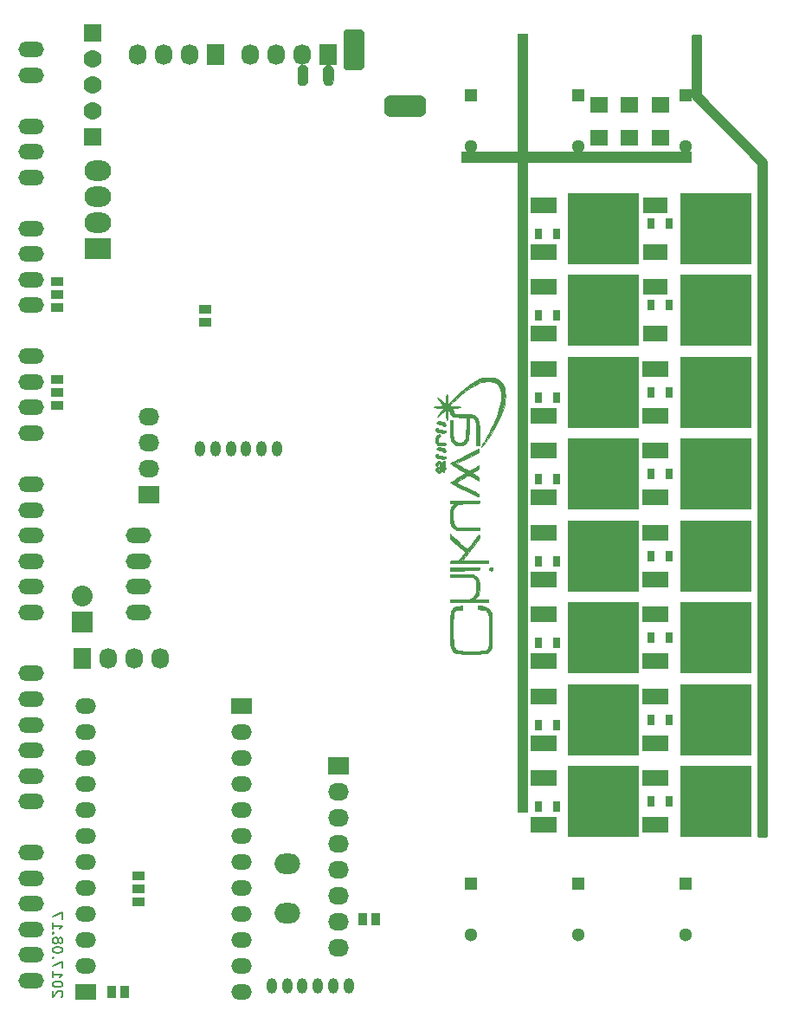
<source format=gbr>
G04 #@! TF.FileFunction,Soldermask,Bot*
%FSLAX46Y46*%
G04 Gerber Fmt 4.6, Leading zero omitted, Abs format (unit mm)*
G04 Created by KiCad (PCBNEW 4.0.6) date 08/21/17 17:22:48*
%MOMM*%
%LPD*%
G01*
G04 APERTURE LIST*
%ADD10C,0.100000*%
%ADD11C,0.200000*%
%ADD12C,0.010000*%
%ADD13O,2.500000X1.500000*%
%ADD14O,1.000000X1.524000*%
%ADD15R,1.300000X1.300000*%
%ADD16C,1.300000*%
%ADD17R,0.800000X1.000000*%
%ADD18R,2.499360X1.501140*%
%ADD19R,7.000240X7.000240*%
%ADD20R,2.400000X1.500000*%
%ADD21R,0.965200X1.270000*%
%ADD22R,2.032000X1.727200*%
%ADD23O,2.032000X1.727200*%
%ADD24O,2.499360X1.998980*%
%ADD25R,1.727200X2.032000*%
%ADD26O,1.727200X2.032000*%
%ADD27R,1.270000X0.965200*%
%ADD28R,2.600000X2.000000*%
%ADD29O,2.600000X2.000000*%
%ADD30R,2.032000X1.500000*%
%ADD31O,2.032000X1.500000*%
%ADD32R,2.032000X2.032000*%
%ADD33O,2.032000X2.032000*%
%ADD34C,1.770000*%
%ADD35R,1.770000X1.770000*%
%ADD36R,1.800000X1.600000*%
%ADD37C,0.026000*%
%ADD38C,0.254000*%
G04 APERTURE END LIST*
D10*
D11*
X5952381Y-95095238D02*
X6000000Y-95047619D01*
X6047619Y-94952381D01*
X6047619Y-94714285D01*
X6000000Y-94619047D01*
X5952381Y-94571428D01*
X5857143Y-94523809D01*
X5761905Y-94523809D01*
X5619048Y-94571428D01*
X5047619Y-95142857D01*
X5047619Y-94523809D01*
X6047619Y-93904762D02*
X6047619Y-93809523D01*
X6000000Y-93714285D01*
X5952381Y-93666666D01*
X5857143Y-93619047D01*
X5666667Y-93571428D01*
X5428571Y-93571428D01*
X5238095Y-93619047D01*
X5142857Y-93666666D01*
X5095238Y-93714285D01*
X5047619Y-93809523D01*
X5047619Y-93904762D01*
X5095238Y-94000000D01*
X5142857Y-94047619D01*
X5238095Y-94095238D01*
X5428571Y-94142857D01*
X5666667Y-94142857D01*
X5857143Y-94095238D01*
X5952381Y-94047619D01*
X6000000Y-94000000D01*
X6047619Y-93904762D01*
X5047619Y-92619047D02*
X5047619Y-93190476D01*
X5047619Y-92904762D02*
X6047619Y-92904762D01*
X5904762Y-93000000D01*
X5809524Y-93095238D01*
X5761905Y-93190476D01*
X6047619Y-92285714D02*
X6047619Y-91619047D01*
X5047619Y-92047619D01*
X5142857Y-91238095D02*
X5095238Y-91190476D01*
X5047619Y-91238095D01*
X5095238Y-91285714D01*
X5142857Y-91238095D01*
X5047619Y-91238095D01*
X6047619Y-90571429D02*
X6047619Y-90476190D01*
X6000000Y-90380952D01*
X5952381Y-90333333D01*
X5857143Y-90285714D01*
X5666667Y-90238095D01*
X5428571Y-90238095D01*
X5238095Y-90285714D01*
X5142857Y-90333333D01*
X5095238Y-90380952D01*
X5047619Y-90476190D01*
X5047619Y-90571429D01*
X5095238Y-90666667D01*
X5142857Y-90714286D01*
X5238095Y-90761905D01*
X5428571Y-90809524D01*
X5666667Y-90809524D01*
X5857143Y-90761905D01*
X5952381Y-90714286D01*
X6000000Y-90666667D01*
X6047619Y-90571429D01*
X5619048Y-89666667D02*
X5666667Y-89761905D01*
X5714286Y-89809524D01*
X5809524Y-89857143D01*
X5857143Y-89857143D01*
X5952381Y-89809524D01*
X6000000Y-89761905D01*
X6047619Y-89666667D01*
X6047619Y-89476190D01*
X6000000Y-89380952D01*
X5952381Y-89333333D01*
X5857143Y-89285714D01*
X5809524Y-89285714D01*
X5714286Y-89333333D01*
X5666667Y-89380952D01*
X5619048Y-89476190D01*
X5619048Y-89666667D01*
X5571429Y-89761905D01*
X5523810Y-89809524D01*
X5428571Y-89857143D01*
X5238095Y-89857143D01*
X5142857Y-89809524D01*
X5095238Y-89761905D01*
X5047619Y-89666667D01*
X5047619Y-89476190D01*
X5095238Y-89380952D01*
X5142857Y-89333333D01*
X5238095Y-89285714D01*
X5428571Y-89285714D01*
X5523810Y-89333333D01*
X5571429Y-89380952D01*
X5619048Y-89476190D01*
X5142857Y-88857143D02*
X5095238Y-88809524D01*
X5047619Y-88857143D01*
X5095238Y-88904762D01*
X5142857Y-88857143D01*
X5047619Y-88857143D01*
X5047619Y-87857143D02*
X5047619Y-88428572D01*
X5047619Y-88142858D02*
X6047619Y-88142858D01*
X5904762Y-88238096D01*
X5809524Y-88333334D01*
X5761905Y-88428572D01*
X6047619Y-87523810D02*
X6047619Y-86857143D01*
X5047619Y-87285715D01*
D12*
G36*
X49311213Y-35975741D02*
X49242124Y-35630781D01*
X49175396Y-35448541D01*
X48982901Y-35112289D01*
X48748846Y-34861513D01*
X48462695Y-34684941D01*
X48460870Y-34684115D01*
X48319655Y-34627122D01*
X48181670Y-34591356D01*
X48016809Y-34572358D01*
X47794966Y-34565666D01*
X47660400Y-34565512D01*
X47402680Y-34569793D01*
X47213462Y-34583919D01*
X47059738Y-34613409D01*
X46908501Y-34663786D01*
X46796800Y-34709955D01*
X46417800Y-34901894D01*
X45999592Y-35163632D01*
X45560215Y-35481033D01*
X45117707Y-35839959D01*
X44690105Y-36226272D01*
X44295448Y-36625834D01*
X44157594Y-36778513D01*
X43978963Y-36977565D01*
X43854900Y-37098017D01*
X43775281Y-37139608D01*
X43729985Y-37102080D01*
X43708886Y-36985174D01*
X43701861Y-36788631D01*
X43701571Y-36766850D01*
X43690329Y-36522192D01*
X43666803Y-36342786D01*
X43635975Y-36234718D01*
X43602829Y-36204072D01*
X43572347Y-36256933D01*
X43549512Y-36399384D01*
X43540368Y-36570000D01*
X43530519Y-36758182D01*
X43512948Y-36927585D01*
X43501490Y-36994733D01*
X43469400Y-37140066D01*
X43099006Y-36829633D01*
X42936299Y-36695688D01*
X42803369Y-36590782D01*
X42718739Y-36529301D01*
X42699276Y-36519200D01*
X42707765Y-36554676D01*
X42769076Y-36649035D01*
X42869732Y-36784175D01*
X42996254Y-36941994D01*
X43134097Y-37103186D01*
X43313895Y-37306171D01*
X42842823Y-37364144D01*
X42635208Y-37391847D01*
X42468671Y-37418117D01*
X42366890Y-37439017D01*
X42347312Y-37446556D01*
X42373343Y-37471601D01*
X42469414Y-37500191D01*
X42483387Y-37503098D01*
X42635936Y-37523023D01*
X42824716Y-37534273D01*
X42887396Y-37535200D01*
X43093769Y-37540865D01*
X43207830Y-37564818D01*
X43238563Y-37617494D01*
X43194952Y-37709331D01*
X43121389Y-37807028D01*
X42937202Y-38041509D01*
X42801676Y-38223058D01*
X42720187Y-38344095D01*
X42698113Y-38397042D01*
X42701625Y-38398800D01*
X42751014Y-38367467D01*
X42858350Y-38283117D01*
X43005640Y-38160229D01*
X43110174Y-38070124D01*
X43487040Y-37741447D01*
X43518385Y-38082824D01*
X43539669Y-38290511D01*
X43563246Y-38484647D01*
X43580584Y-38602000D01*
X43602511Y-38714141D01*
X43619972Y-38734225D01*
X43644269Y-38670567D01*
X43649656Y-38652800D01*
X43670539Y-38535504D01*
X43686370Y-38358354D01*
X43692937Y-38191367D01*
X43700067Y-38015821D01*
X43713765Y-37883390D01*
X43730080Y-37824855D01*
X43800734Y-37810579D01*
X43879337Y-37864692D01*
X43937902Y-37960550D01*
X43952000Y-38036133D01*
X43996086Y-38189528D01*
X44081175Y-38299244D01*
X44141463Y-38349357D01*
X44210187Y-38384375D01*
X44307024Y-38407822D01*
X44451651Y-38423225D01*
X44663745Y-38434109D01*
X44873769Y-38441267D01*
X45537189Y-38461938D01*
X45517542Y-39459069D01*
X45508944Y-39820721D01*
X45498412Y-40095485D01*
X45484603Y-40298072D01*
X45466176Y-40443192D01*
X45441787Y-40545556D01*
X45411932Y-40616488D01*
X45306562Y-40787690D01*
X45198199Y-40885476D01*
X45053502Y-40929332D01*
X44860463Y-40938800D01*
X44664840Y-40925305D01*
X44511292Y-40877985D01*
X44395061Y-40786592D01*
X44311393Y-40640875D01*
X44255530Y-40430587D01*
X44222717Y-40145477D01*
X44208197Y-39775297D01*
X44206284Y-39529100D01*
X44206000Y-38754400D01*
X43952000Y-38754400D01*
X43953116Y-39630700D01*
X43957170Y-40012161D01*
X43970881Y-40308253D01*
X43998210Y-40535051D01*
X44043119Y-40708626D01*
X44109570Y-40845052D01*
X44201526Y-40960401D01*
X44304269Y-41055202D01*
X44396761Y-41124844D01*
X44489434Y-41166092D01*
X44612643Y-41186224D01*
X44796745Y-41192519D01*
X44878164Y-41192800D01*
X45082568Y-41191117D01*
X45215338Y-41179552D01*
X45306438Y-41148334D01*
X45385834Y-41087693D01*
X45473064Y-40998817D01*
X45571033Y-40885638D01*
X45646024Y-40768145D01*
X45701015Y-40631083D01*
X45738981Y-40459195D01*
X45762899Y-40237226D01*
X45775746Y-39949920D01*
X45780498Y-39582021D01*
X45780800Y-39421607D01*
X45780800Y-38449600D01*
X45976127Y-38449600D01*
X46139197Y-38472908D01*
X46262094Y-38554363D01*
X46365367Y-38711266D01*
X46413863Y-38818128D01*
X46441269Y-38904466D01*
X46461802Y-39023684D01*
X46476301Y-39189556D01*
X46485607Y-39415857D01*
X46490560Y-39716359D01*
X46492000Y-40098969D01*
X46492000Y-41192800D01*
X46796800Y-41192800D01*
X46796800Y-40135221D01*
X46793721Y-39699870D01*
X46782962Y-39352371D01*
X46762246Y-39079119D01*
X46729294Y-38866508D01*
X46681829Y-38700934D01*
X46617570Y-38568793D01*
X46534241Y-38456478D01*
X46511436Y-38431267D01*
X46404712Y-38329534D01*
X46290361Y-38254705D01*
X46151024Y-38202823D01*
X45969344Y-38169933D01*
X45727960Y-38152076D01*
X45409516Y-38145297D01*
X45254660Y-38144800D01*
X44918608Y-38142334D01*
X44669852Y-38131262D01*
X44494136Y-38106072D01*
X44377202Y-38061255D01*
X44304796Y-37991299D01*
X44262658Y-37890695D01*
X44236534Y-37753930D01*
X44236123Y-37751100D01*
X44204800Y-37535200D01*
X44446700Y-37530137D01*
X44622059Y-37519364D01*
X44774999Y-37498324D01*
X44815600Y-37488892D01*
X44942600Y-37452711D01*
X44810161Y-37418610D01*
X44699617Y-37399185D01*
X44520307Y-37377095D01*
X44304854Y-37356187D01*
X44227564Y-37349908D01*
X43777407Y-37315306D01*
X44156804Y-36964343D01*
X44582684Y-36586898D01*
X45022092Y-36227844D01*
X45461335Y-35896645D01*
X45886722Y-35602764D01*
X46284562Y-35355665D01*
X46641162Y-35164813D01*
X46939741Y-35040696D01*
X47226895Y-34970173D01*
X47538392Y-34934791D01*
X47841271Y-34935272D01*
X48102573Y-34972341D01*
X48225768Y-35012481D01*
X48497050Y-35170051D01*
X48699959Y-35380416D01*
X48839035Y-35652455D01*
X48918814Y-35995047D01*
X48943834Y-36417073D01*
X48943833Y-36417600D01*
X48936838Y-36671587D01*
X48913671Y-36909624D01*
X48869482Y-37154597D01*
X48799423Y-37429391D01*
X48698645Y-37756890D01*
X48594234Y-38067600D01*
X48483908Y-38358641D01*
X48332168Y-38716228D01*
X48149073Y-39119314D01*
X47944683Y-39546848D01*
X47729058Y-39977781D01*
X47512258Y-40391065D01*
X47307013Y-40761000D01*
X47183832Y-40975610D01*
X47079002Y-41158340D01*
X47002902Y-41291093D01*
X46965911Y-41355769D01*
X46964703Y-41357900D01*
X46964225Y-41395475D01*
X46968037Y-41396000D01*
X47006306Y-41357710D01*
X47091673Y-41253645D01*
X47211227Y-41100015D01*
X47342344Y-40926100D01*
X47833834Y-40221927D01*
X48269336Y-39509295D01*
X48641886Y-38801927D01*
X48944517Y-38113544D01*
X49170263Y-37457867D01*
X49244320Y-37179600D01*
X49313415Y-36777875D01*
X49335345Y-36367347D01*
X49311213Y-35975741D01*
X49311213Y-35975741D01*
G37*
X49311213Y-35975741D02*
X49242124Y-35630781D01*
X49175396Y-35448541D01*
X48982901Y-35112289D01*
X48748846Y-34861513D01*
X48462695Y-34684941D01*
X48460870Y-34684115D01*
X48319655Y-34627122D01*
X48181670Y-34591356D01*
X48016809Y-34572358D01*
X47794966Y-34565666D01*
X47660400Y-34565512D01*
X47402680Y-34569793D01*
X47213462Y-34583919D01*
X47059738Y-34613409D01*
X46908501Y-34663786D01*
X46796800Y-34709955D01*
X46417800Y-34901894D01*
X45999592Y-35163632D01*
X45560215Y-35481033D01*
X45117707Y-35839959D01*
X44690105Y-36226272D01*
X44295448Y-36625834D01*
X44157594Y-36778513D01*
X43978963Y-36977565D01*
X43854900Y-37098017D01*
X43775281Y-37139608D01*
X43729985Y-37102080D01*
X43708886Y-36985174D01*
X43701861Y-36788631D01*
X43701571Y-36766850D01*
X43690329Y-36522192D01*
X43666803Y-36342786D01*
X43635975Y-36234718D01*
X43602829Y-36204072D01*
X43572347Y-36256933D01*
X43549512Y-36399384D01*
X43540368Y-36570000D01*
X43530519Y-36758182D01*
X43512948Y-36927585D01*
X43501490Y-36994733D01*
X43469400Y-37140066D01*
X43099006Y-36829633D01*
X42936299Y-36695688D01*
X42803369Y-36590782D01*
X42718739Y-36529301D01*
X42699276Y-36519200D01*
X42707765Y-36554676D01*
X42769076Y-36649035D01*
X42869732Y-36784175D01*
X42996254Y-36941994D01*
X43134097Y-37103186D01*
X43313895Y-37306171D01*
X42842823Y-37364144D01*
X42635208Y-37391847D01*
X42468671Y-37418117D01*
X42366890Y-37439017D01*
X42347312Y-37446556D01*
X42373343Y-37471601D01*
X42469414Y-37500191D01*
X42483387Y-37503098D01*
X42635936Y-37523023D01*
X42824716Y-37534273D01*
X42887396Y-37535200D01*
X43093769Y-37540865D01*
X43207830Y-37564818D01*
X43238563Y-37617494D01*
X43194952Y-37709331D01*
X43121389Y-37807028D01*
X42937202Y-38041509D01*
X42801676Y-38223058D01*
X42720187Y-38344095D01*
X42698113Y-38397042D01*
X42701625Y-38398800D01*
X42751014Y-38367467D01*
X42858350Y-38283117D01*
X43005640Y-38160229D01*
X43110174Y-38070124D01*
X43487040Y-37741447D01*
X43518385Y-38082824D01*
X43539669Y-38290511D01*
X43563246Y-38484647D01*
X43580584Y-38602000D01*
X43602511Y-38714141D01*
X43619972Y-38734225D01*
X43644269Y-38670567D01*
X43649656Y-38652800D01*
X43670539Y-38535504D01*
X43686370Y-38358354D01*
X43692937Y-38191367D01*
X43700067Y-38015821D01*
X43713765Y-37883390D01*
X43730080Y-37824855D01*
X43800734Y-37810579D01*
X43879337Y-37864692D01*
X43937902Y-37960550D01*
X43952000Y-38036133D01*
X43996086Y-38189528D01*
X44081175Y-38299244D01*
X44141463Y-38349357D01*
X44210187Y-38384375D01*
X44307024Y-38407822D01*
X44451651Y-38423225D01*
X44663745Y-38434109D01*
X44873769Y-38441267D01*
X45537189Y-38461938D01*
X45517542Y-39459069D01*
X45508944Y-39820721D01*
X45498412Y-40095485D01*
X45484603Y-40298072D01*
X45466176Y-40443192D01*
X45441787Y-40545556D01*
X45411932Y-40616488D01*
X45306562Y-40787690D01*
X45198199Y-40885476D01*
X45053502Y-40929332D01*
X44860463Y-40938800D01*
X44664840Y-40925305D01*
X44511292Y-40877985D01*
X44395061Y-40786592D01*
X44311393Y-40640875D01*
X44255530Y-40430587D01*
X44222717Y-40145477D01*
X44208197Y-39775297D01*
X44206284Y-39529100D01*
X44206000Y-38754400D01*
X43952000Y-38754400D01*
X43953116Y-39630700D01*
X43957170Y-40012161D01*
X43970881Y-40308253D01*
X43998210Y-40535051D01*
X44043119Y-40708626D01*
X44109570Y-40845052D01*
X44201526Y-40960401D01*
X44304269Y-41055202D01*
X44396761Y-41124844D01*
X44489434Y-41166092D01*
X44612643Y-41186224D01*
X44796745Y-41192519D01*
X44878164Y-41192800D01*
X45082568Y-41191117D01*
X45215338Y-41179552D01*
X45306438Y-41148334D01*
X45385834Y-41087693D01*
X45473064Y-40998817D01*
X45571033Y-40885638D01*
X45646024Y-40768145D01*
X45701015Y-40631083D01*
X45738981Y-40459195D01*
X45762899Y-40237226D01*
X45775746Y-39949920D01*
X45780498Y-39582021D01*
X45780800Y-39421607D01*
X45780800Y-38449600D01*
X45976127Y-38449600D01*
X46139197Y-38472908D01*
X46262094Y-38554363D01*
X46365367Y-38711266D01*
X46413863Y-38818128D01*
X46441269Y-38904466D01*
X46461802Y-39023684D01*
X46476301Y-39189556D01*
X46485607Y-39415857D01*
X46490560Y-39716359D01*
X46492000Y-40098969D01*
X46492000Y-41192800D01*
X46796800Y-41192800D01*
X46796800Y-40135221D01*
X46793721Y-39699870D01*
X46782962Y-39352371D01*
X46762246Y-39079119D01*
X46729294Y-38866508D01*
X46681829Y-38700934D01*
X46617570Y-38568793D01*
X46534241Y-38456478D01*
X46511436Y-38431267D01*
X46404712Y-38329534D01*
X46290361Y-38254705D01*
X46151024Y-38202823D01*
X45969344Y-38169933D01*
X45727960Y-38152076D01*
X45409516Y-38145297D01*
X45254660Y-38144800D01*
X44918608Y-38142334D01*
X44669852Y-38131262D01*
X44494136Y-38106072D01*
X44377202Y-38061255D01*
X44304796Y-37991299D01*
X44262658Y-37890695D01*
X44236534Y-37753930D01*
X44236123Y-37751100D01*
X44204800Y-37535200D01*
X44446700Y-37530137D01*
X44622059Y-37519364D01*
X44774999Y-37498324D01*
X44815600Y-37488892D01*
X44942600Y-37452711D01*
X44810161Y-37418610D01*
X44699617Y-37399185D01*
X44520307Y-37377095D01*
X44304854Y-37356187D01*
X44227564Y-37349908D01*
X43777407Y-37315306D01*
X44156804Y-36964343D01*
X44582684Y-36586898D01*
X45022092Y-36227844D01*
X45461335Y-35896645D01*
X45886722Y-35602764D01*
X46284562Y-35355665D01*
X46641162Y-35164813D01*
X46939741Y-35040696D01*
X47226895Y-34970173D01*
X47538392Y-34934791D01*
X47841271Y-34935272D01*
X48102573Y-34972341D01*
X48225768Y-35012481D01*
X48497050Y-35170051D01*
X48699959Y-35380416D01*
X48839035Y-35652455D01*
X48918814Y-35995047D01*
X48943834Y-36417073D01*
X48943833Y-36417600D01*
X48936838Y-36671587D01*
X48913671Y-36909624D01*
X48869482Y-37154597D01*
X48799423Y-37429391D01*
X48698645Y-37756890D01*
X48594234Y-38067600D01*
X48483908Y-38358641D01*
X48332168Y-38716228D01*
X48149073Y-39119314D01*
X47944683Y-39546848D01*
X47729058Y-39977781D01*
X47512258Y-40391065D01*
X47307013Y-40761000D01*
X47183832Y-40975610D01*
X47079002Y-41158340D01*
X47002902Y-41291093D01*
X46965911Y-41355769D01*
X46964703Y-41357900D01*
X46964225Y-41395475D01*
X46968037Y-41396000D01*
X47006306Y-41357710D01*
X47091673Y-41253645D01*
X47211227Y-41100015D01*
X47342344Y-40926100D01*
X47833834Y-40221927D01*
X48269336Y-39509295D01*
X48641886Y-38801927D01*
X48944517Y-38113544D01*
X49170263Y-37457867D01*
X49244320Y-37179600D01*
X49313415Y-36777875D01*
X49335345Y-36367347D01*
X49311213Y-35975741D01*
G36*
X43488835Y-41003197D02*
X43456397Y-40964563D01*
X43375675Y-40943772D01*
X43224857Y-40932472D01*
X43129992Y-40928326D01*
X42939673Y-40917982D01*
X42826941Y-40900603D01*
X42767795Y-40867566D01*
X42738236Y-40810249D01*
X42731000Y-40784974D01*
X42722079Y-40620481D01*
X42774131Y-40480113D01*
X42873557Y-40398263D01*
X42885336Y-40394684D01*
X42963521Y-40337617D01*
X42990789Y-40247167D01*
X42966542Y-40163305D01*
X42890182Y-40126003D01*
X42889355Y-40126000D01*
X42712821Y-40159840D01*
X42588891Y-40272083D01*
X42553122Y-40332834D01*
X42490115Y-40534474D01*
X42482713Y-40757950D01*
X42529127Y-40961362D01*
X42584088Y-41058950D01*
X42644862Y-41126336D01*
X42713814Y-41166312D01*
X42817813Y-41185959D01*
X42983730Y-41192357D01*
X43092088Y-41192800D01*
X43292556Y-41191360D01*
X43412242Y-41182739D01*
X43471965Y-41160489D01*
X43492539Y-41118158D01*
X43494800Y-41068026D01*
X43488835Y-41003197D01*
X43488835Y-41003197D01*
G37*
X43488835Y-41003197D02*
X43456397Y-40964563D01*
X43375675Y-40943772D01*
X43224857Y-40932472D01*
X43129992Y-40928326D01*
X42939673Y-40917982D01*
X42826941Y-40900603D01*
X42767795Y-40867566D01*
X42738236Y-40810249D01*
X42731000Y-40784974D01*
X42722079Y-40620481D01*
X42774131Y-40480113D01*
X42873557Y-40398263D01*
X42885336Y-40394684D01*
X42963521Y-40337617D01*
X42990789Y-40247167D01*
X42966542Y-40163305D01*
X42890182Y-40126003D01*
X42889355Y-40126000D01*
X42712821Y-40159840D01*
X42588891Y-40272083D01*
X42553122Y-40332834D01*
X42490115Y-40534474D01*
X42482713Y-40757950D01*
X42529127Y-40961362D01*
X42584088Y-41058950D01*
X42644862Y-41126336D01*
X42713814Y-41166312D01*
X42817813Y-41185959D01*
X42983730Y-41192357D01*
X43092088Y-41192800D01*
X43292556Y-41191360D01*
X43412242Y-41182739D01*
X43471965Y-41160489D01*
X43492539Y-41118158D01*
X43494800Y-41068026D01*
X43488835Y-41003197D01*
G36*
X43471477Y-43294687D02*
X43439044Y-43275600D01*
X43406748Y-43227099D01*
X43397063Y-43086083D01*
X43400944Y-42983500D01*
X43407459Y-42818436D01*
X43396859Y-42730651D01*
X43362304Y-42696348D01*
X43317000Y-42691400D01*
X43228356Y-42730797D01*
X43208100Y-42793000D01*
X43200081Y-42910026D01*
X43189705Y-43067766D01*
X43187771Y-43097800D01*
X43174741Y-43301000D01*
X43144271Y-43074030D01*
X43107372Y-42911672D01*
X43038193Y-42812789D01*
X42974100Y-42769230D01*
X42863313Y-42720011D01*
X42772904Y-42730189D01*
X42694700Y-42769197D01*
X42589749Y-42857475D01*
X42544154Y-42991136D01*
X42539234Y-43035897D01*
X42537087Y-43161501D01*
X42567481Y-43215138D01*
X42624601Y-43224800D01*
X42715097Y-43183101D01*
X42741967Y-43110500D01*
X42783796Y-43015539D01*
X42849591Y-43001598D01*
X42908141Y-43064387D01*
X42926675Y-43135900D01*
X42925409Y-43235851D01*
X42869719Y-43271830D01*
X42797135Y-43275600D01*
X42639617Y-43306754D01*
X42553289Y-43406146D01*
X42529600Y-43562280D01*
X42566713Y-43724791D01*
X42642504Y-43806120D01*
X42756039Y-43866195D01*
X42809862Y-43879248D01*
X42809862Y-43615739D01*
X42757006Y-43575423D01*
X42760370Y-43526090D01*
X42831637Y-43482634D01*
X42862799Y-43478800D01*
X42928599Y-43509931D01*
X42920153Y-43574364D01*
X42885200Y-43605800D01*
X42809862Y-43615739D01*
X42809862Y-43879248D01*
X42834400Y-43885200D01*
X42973956Y-43840830D01*
X43093034Y-43730592D01*
X43153668Y-43592546D01*
X43167646Y-43521619D01*
X43176496Y-43542704D01*
X43182389Y-43643900D01*
X43198184Y-43772551D01*
X43241664Y-43826697D01*
X43291600Y-43834400D01*
X43361625Y-43814512D01*
X43389879Y-43736867D01*
X43393200Y-43656600D01*
X43405960Y-43539080D01*
X43437334Y-43480336D01*
X43444000Y-43478800D01*
X43485275Y-43436253D01*
X43494800Y-43377200D01*
X43471477Y-43294687D01*
X43471477Y-43294687D01*
G37*
X43471477Y-43294687D02*
X43439044Y-43275600D01*
X43406748Y-43227099D01*
X43397063Y-43086083D01*
X43400944Y-42983500D01*
X43407459Y-42818436D01*
X43396859Y-42730651D01*
X43362304Y-42696348D01*
X43317000Y-42691400D01*
X43228356Y-42730797D01*
X43208100Y-42793000D01*
X43200081Y-42910026D01*
X43189705Y-43067766D01*
X43187771Y-43097800D01*
X43174741Y-43301000D01*
X43144271Y-43074030D01*
X43107372Y-42911672D01*
X43038193Y-42812789D01*
X42974100Y-42769230D01*
X42863313Y-42720011D01*
X42772904Y-42730189D01*
X42694700Y-42769197D01*
X42589749Y-42857475D01*
X42544154Y-42991136D01*
X42539234Y-43035897D01*
X42537087Y-43161501D01*
X42567481Y-43215138D01*
X42624601Y-43224800D01*
X42715097Y-43183101D01*
X42741967Y-43110500D01*
X42783796Y-43015539D01*
X42849591Y-43001598D01*
X42908141Y-43064387D01*
X42926675Y-43135900D01*
X42925409Y-43235851D01*
X42869719Y-43271830D01*
X42797135Y-43275600D01*
X42639617Y-43306754D01*
X42553289Y-43406146D01*
X42529600Y-43562280D01*
X42566713Y-43724791D01*
X42642504Y-43806120D01*
X42756039Y-43866195D01*
X42809862Y-43879248D01*
X42809862Y-43615739D01*
X42757006Y-43575423D01*
X42760370Y-43526090D01*
X42831637Y-43482634D01*
X42862799Y-43478800D01*
X42928599Y-43509931D01*
X42920153Y-43574364D01*
X42885200Y-43605800D01*
X42809862Y-43615739D01*
X42809862Y-43879248D01*
X42834400Y-43885200D01*
X42973956Y-43840830D01*
X43093034Y-43730592D01*
X43153668Y-43592546D01*
X43167646Y-43521619D01*
X43176496Y-43542704D01*
X43182389Y-43643900D01*
X43198184Y-43772551D01*
X43241664Y-43826697D01*
X43291600Y-43834400D01*
X43361625Y-43814512D01*
X43389879Y-43736867D01*
X43393200Y-43656600D01*
X43405960Y-43539080D01*
X43437334Y-43480336D01*
X43444000Y-43478800D01*
X43485275Y-43436253D01*
X43494800Y-43377200D01*
X43471477Y-43294687D01*
G36*
X43488299Y-42322523D02*
X43453812Y-42283659D01*
X43368870Y-42263174D01*
X43210999Y-42251914D01*
X43151900Y-42249222D01*
X42968424Y-42238058D01*
X42863127Y-42219130D01*
X42812593Y-42184004D01*
X42793404Y-42124249D01*
X42792767Y-42119900D01*
X42747599Y-42028335D01*
X42653067Y-42005600D01*
X42562051Y-42024688D01*
X42531635Y-42102067D01*
X42530378Y-42145300D01*
X42543739Y-42269450D01*
X42568478Y-42340896D01*
X42691203Y-42440413D01*
X42900164Y-42497537D01*
X43161261Y-42513600D01*
X43339910Y-42511357D01*
X43439797Y-42498937D01*
X43483748Y-42467809D01*
X43494589Y-42409441D01*
X43494800Y-42388922D01*
X43488299Y-42322523D01*
X43488299Y-42322523D01*
G37*
X43488299Y-42322523D02*
X43453812Y-42283659D01*
X43368870Y-42263174D01*
X43210999Y-42251914D01*
X43151900Y-42249222D01*
X42968424Y-42238058D01*
X42863127Y-42219130D01*
X42812593Y-42184004D01*
X42793404Y-42124249D01*
X42792767Y-42119900D01*
X42747599Y-42028335D01*
X42653067Y-42005600D01*
X42562051Y-42024688D01*
X42531635Y-42102067D01*
X42530378Y-42145300D01*
X42543739Y-42269450D01*
X42568478Y-42340896D01*
X42691203Y-42440413D01*
X42900164Y-42497537D01*
X43161261Y-42513600D01*
X43339910Y-42511357D01*
X43439797Y-42498937D01*
X43483748Y-42467809D01*
X43494589Y-42409441D01*
X43494800Y-42388922D01*
X43488299Y-42322523D01*
G36*
X43488299Y-39782523D02*
X43453812Y-39743659D01*
X43368870Y-39723174D01*
X43210999Y-39711914D01*
X43151900Y-39709222D01*
X42968424Y-39698058D01*
X42863127Y-39679130D01*
X42812593Y-39644004D01*
X42793404Y-39584249D01*
X42792767Y-39579900D01*
X42747599Y-39488335D01*
X42653067Y-39465600D01*
X42562051Y-39484688D01*
X42531635Y-39562067D01*
X42530378Y-39605300D01*
X42543739Y-39729450D01*
X42568478Y-39800896D01*
X42691203Y-39900413D01*
X42900164Y-39957537D01*
X43161261Y-39973600D01*
X43339910Y-39971357D01*
X43439797Y-39958937D01*
X43483748Y-39927809D01*
X43494589Y-39869441D01*
X43494800Y-39848922D01*
X43488299Y-39782523D01*
X43488299Y-39782523D01*
G37*
X43488299Y-39782523D02*
X43453812Y-39743659D01*
X43368870Y-39723174D01*
X43210999Y-39711914D01*
X43151900Y-39709222D01*
X42968424Y-39698058D01*
X42863127Y-39679130D01*
X42812593Y-39644004D01*
X42793404Y-39584249D01*
X42792767Y-39579900D01*
X42747599Y-39488335D01*
X42653067Y-39465600D01*
X42562051Y-39484688D01*
X42531635Y-39562067D01*
X42530378Y-39605300D01*
X42543739Y-39729450D01*
X42568478Y-39800896D01*
X42691203Y-39900413D01*
X42900164Y-39957537D01*
X43161261Y-39973600D01*
X43339910Y-39971357D01*
X43439797Y-39958937D01*
X43483748Y-39927809D01*
X43494589Y-39869441D01*
X43494800Y-39848922D01*
X43488299Y-39782523D01*
G36*
X43461146Y-41595431D02*
X43359220Y-41481251D01*
X43179993Y-41416520D01*
X42915215Y-41396001D01*
X42913940Y-41396000D01*
X42752665Y-41399294D01*
X42668255Y-41416422D01*
X42636021Y-41458252D01*
X42631200Y-41520465D01*
X42639298Y-41591109D01*
X42679747Y-41630481D01*
X42776781Y-41650171D01*
X42923300Y-41660165D01*
X43090367Y-41673377D01*
X43181194Y-41697827D01*
X43221138Y-41744169D01*
X43231634Y-41789700D01*
X43276802Y-41881266D01*
X43371334Y-41904000D01*
X43462350Y-41884913D01*
X43492766Y-41807534D01*
X43494023Y-41764300D01*
X43461146Y-41595431D01*
X43461146Y-41595431D01*
G37*
X43461146Y-41595431D02*
X43359220Y-41481251D01*
X43179993Y-41416520D01*
X42915215Y-41396001D01*
X42913940Y-41396000D01*
X42752665Y-41399294D01*
X42668255Y-41416422D01*
X42636021Y-41458252D01*
X42631200Y-41520465D01*
X42639298Y-41591109D01*
X42679747Y-41630481D01*
X42776781Y-41650171D01*
X42923300Y-41660165D01*
X43090367Y-41673377D01*
X43181194Y-41697827D01*
X43221138Y-41744169D01*
X43231634Y-41789700D01*
X43276802Y-41881266D01*
X43371334Y-41904000D01*
X43462350Y-41884913D01*
X43492766Y-41807534D01*
X43494023Y-41764300D01*
X43461146Y-41595431D01*
G36*
X43461146Y-39055431D02*
X43359220Y-38941251D01*
X43179993Y-38876520D01*
X42915215Y-38856001D01*
X42913940Y-38856000D01*
X42752665Y-38859294D01*
X42668255Y-38876422D01*
X42636021Y-38918252D01*
X42631200Y-38980465D01*
X42639298Y-39051109D01*
X42679747Y-39090481D01*
X42776781Y-39110171D01*
X42923300Y-39120165D01*
X43090367Y-39133377D01*
X43181194Y-39157827D01*
X43221138Y-39204169D01*
X43231634Y-39249700D01*
X43276802Y-39341266D01*
X43371334Y-39364000D01*
X43462350Y-39344913D01*
X43492766Y-39267534D01*
X43494023Y-39224300D01*
X43461146Y-39055431D01*
X43461146Y-39055431D01*
G37*
X43461146Y-39055431D02*
X43359220Y-38941251D01*
X43179993Y-38876520D01*
X42915215Y-38856001D01*
X42913940Y-38856000D01*
X42752665Y-38859294D01*
X42668255Y-38876422D01*
X42636021Y-38918252D01*
X42631200Y-38980465D01*
X42639298Y-39051109D01*
X42679747Y-39090481D01*
X42776781Y-39110171D01*
X42923300Y-39120165D01*
X43090367Y-39133377D01*
X43181194Y-39157827D01*
X43221138Y-39204169D01*
X43231634Y-39249700D01*
X43276802Y-39341266D01*
X43371334Y-39364000D01*
X43462350Y-39344913D01*
X43492766Y-39267534D01*
X43494023Y-39224300D01*
X43461146Y-39055431D01*
G36*
X48041137Y-58780095D02*
X48039870Y-58423146D01*
X48036884Y-58144112D01*
X48031465Y-57931150D01*
X48022897Y-57772418D01*
X48010464Y-57656074D01*
X47993453Y-57570274D01*
X47971148Y-57503176D01*
X47942833Y-57442939D01*
X47932506Y-57423400D01*
X47758973Y-57177419D01*
X47539089Y-57011380D01*
X47260617Y-56918586D01*
X46961900Y-56892230D01*
X46695200Y-56890000D01*
X46695200Y-57234135D01*
X47056925Y-57254575D01*
X47254788Y-57270279D01*
X47381640Y-57296607D01*
X47468069Y-57343670D01*
X47537785Y-57413517D01*
X47602078Y-57497431D01*
X47653253Y-57591293D01*
X47692587Y-57706884D01*
X47721356Y-57855982D01*
X47740836Y-58050365D01*
X47752304Y-58301813D01*
X47757036Y-58622104D01*
X47756309Y-59023016D01*
X47752792Y-59397594D01*
X47747603Y-59819049D01*
X47742063Y-60151411D01*
X47735234Y-60407188D01*
X47726177Y-60598886D01*
X47713954Y-60739012D01*
X47697626Y-60840071D01*
X47676256Y-60914571D01*
X47648905Y-60975019D01*
X47632220Y-61004687D01*
X47576142Y-61093864D01*
X47516662Y-61163618D01*
X47441227Y-61216338D01*
X47337284Y-61254412D01*
X47192282Y-61280228D01*
X46993669Y-61296175D01*
X46728892Y-61304642D01*
X46385401Y-61308018D01*
X46034800Y-61308662D01*
X45609228Y-61307835D01*
X45272642Y-61302852D01*
X45012433Y-61290598D01*
X44815994Y-61267958D01*
X44670716Y-61231816D01*
X44563990Y-61179057D01*
X44483209Y-61106567D01*
X44415763Y-61011229D01*
X44350382Y-60892493D01*
X44317738Y-60826392D01*
X44291992Y-60759188D01*
X44272302Y-60678440D01*
X44257824Y-60571706D01*
X44247715Y-60426544D01*
X44241131Y-60230512D01*
X44237229Y-59971169D01*
X44235166Y-59636072D01*
X44234098Y-59212779D01*
X44234033Y-59176000D01*
X44233964Y-58682734D01*
X44237647Y-58281555D01*
X44248054Y-57962952D01*
X44268161Y-57717415D01*
X44300940Y-57535434D01*
X44349366Y-57407498D01*
X44416412Y-57324097D01*
X44505052Y-57275720D01*
X44618260Y-57252858D01*
X44759010Y-57246000D01*
X44837661Y-57245600D01*
X45120400Y-57245600D01*
X45120400Y-56876090D01*
X44784094Y-56903086D01*
X44514479Y-56945089D01*
X44318135Y-57030289D01*
X44170875Y-57173160D01*
X44079000Y-57325079D01*
X44050721Y-57386446D01*
X44028098Y-57455000D01*
X44010421Y-57542452D01*
X43996980Y-57660513D01*
X43987064Y-57820896D01*
X43979964Y-58035310D01*
X43974968Y-58315469D01*
X43971366Y-58673082D01*
X43968449Y-59119861D01*
X43968275Y-59150600D01*
X43967356Y-59614981D01*
X43969919Y-60026648D01*
X43975734Y-60375859D01*
X43984572Y-60652872D01*
X43996206Y-60847944D01*
X44010404Y-60951334D01*
X44010638Y-60952145D01*
X44079134Y-61122400D01*
X44167015Y-61275392D01*
X44229948Y-61355812D01*
X44299478Y-61419760D01*
X44387416Y-61469111D01*
X44505575Y-61505739D01*
X44665767Y-61531517D01*
X44879804Y-61548318D01*
X45159499Y-61558016D01*
X45516663Y-61562485D01*
X45963108Y-61563599D01*
X45984001Y-61563600D01*
X46430005Y-61562639D01*
X46786558Y-61558590D01*
X47065798Y-61549707D01*
X47279864Y-61534243D01*
X47440895Y-61510451D01*
X47561031Y-61476584D01*
X47652410Y-61430896D01*
X47727172Y-61371639D01*
X47791879Y-61303448D01*
X47858199Y-61223124D01*
X47911626Y-61141306D01*
X47953547Y-61046446D01*
X47985349Y-60926998D01*
X48008420Y-60771416D01*
X48024147Y-60568154D01*
X48033917Y-60305665D01*
X48039118Y-59972404D01*
X48041137Y-59556824D01*
X48041400Y-59226800D01*
X48041137Y-58780095D01*
X48041137Y-58780095D01*
G37*
X48041137Y-58780095D02*
X48039870Y-58423146D01*
X48036884Y-58144112D01*
X48031465Y-57931150D01*
X48022897Y-57772418D01*
X48010464Y-57656074D01*
X47993453Y-57570274D01*
X47971148Y-57503176D01*
X47942833Y-57442939D01*
X47932506Y-57423400D01*
X47758973Y-57177419D01*
X47539089Y-57011380D01*
X47260617Y-56918586D01*
X46961900Y-56892230D01*
X46695200Y-56890000D01*
X46695200Y-57234135D01*
X47056925Y-57254575D01*
X47254788Y-57270279D01*
X47381640Y-57296607D01*
X47468069Y-57343670D01*
X47537785Y-57413517D01*
X47602078Y-57497431D01*
X47653253Y-57591293D01*
X47692587Y-57706884D01*
X47721356Y-57855982D01*
X47740836Y-58050365D01*
X47752304Y-58301813D01*
X47757036Y-58622104D01*
X47756309Y-59023016D01*
X47752792Y-59397594D01*
X47747603Y-59819049D01*
X47742063Y-60151411D01*
X47735234Y-60407188D01*
X47726177Y-60598886D01*
X47713954Y-60739012D01*
X47697626Y-60840071D01*
X47676256Y-60914571D01*
X47648905Y-60975019D01*
X47632220Y-61004687D01*
X47576142Y-61093864D01*
X47516662Y-61163618D01*
X47441227Y-61216338D01*
X47337284Y-61254412D01*
X47192282Y-61280228D01*
X46993669Y-61296175D01*
X46728892Y-61304642D01*
X46385401Y-61308018D01*
X46034800Y-61308662D01*
X45609228Y-61307835D01*
X45272642Y-61302852D01*
X45012433Y-61290598D01*
X44815994Y-61267958D01*
X44670716Y-61231816D01*
X44563990Y-61179057D01*
X44483209Y-61106567D01*
X44415763Y-61011229D01*
X44350382Y-60892493D01*
X44317738Y-60826392D01*
X44291992Y-60759188D01*
X44272302Y-60678440D01*
X44257824Y-60571706D01*
X44247715Y-60426544D01*
X44241131Y-60230512D01*
X44237229Y-59971169D01*
X44235166Y-59636072D01*
X44234098Y-59212779D01*
X44234033Y-59176000D01*
X44233964Y-58682734D01*
X44237647Y-58281555D01*
X44248054Y-57962952D01*
X44268161Y-57717415D01*
X44300940Y-57535434D01*
X44349366Y-57407498D01*
X44416412Y-57324097D01*
X44505052Y-57275720D01*
X44618260Y-57252858D01*
X44759010Y-57246000D01*
X44837661Y-57245600D01*
X45120400Y-57245600D01*
X45120400Y-56876090D01*
X44784094Y-56903086D01*
X44514479Y-56945089D01*
X44318135Y-57030289D01*
X44170875Y-57173160D01*
X44079000Y-57325079D01*
X44050721Y-57386446D01*
X44028098Y-57455000D01*
X44010421Y-57542452D01*
X43996980Y-57660513D01*
X43987064Y-57820896D01*
X43979964Y-58035310D01*
X43974968Y-58315469D01*
X43971366Y-58673082D01*
X43968449Y-59119861D01*
X43968275Y-59150600D01*
X43967356Y-59614981D01*
X43969919Y-60026648D01*
X43975734Y-60375859D01*
X43984572Y-60652872D01*
X43996206Y-60847944D01*
X44010404Y-60951334D01*
X44010638Y-60952145D01*
X44079134Y-61122400D01*
X44167015Y-61275392D01*
X44229948Y-61355812D01*
X44299478Y-61419760D01*
X44387416Y-61469111D01*
X44505575Y-61505739D01*
X44665767Y-61531517D01*
X44879804Y-61548318D01*
X45159499Y-61558016D01*
X45516663Y-61562485D01*
X45963108Y-61563599D01*
X45984001Y-61563600D01*
X46430005Y-61562639D01*
X46786558Y-61558590D01*
X47065798Y-61549707D01*
X47279864Y-61534243D01*
X47440895Y-61510451D01*
X47561031Y-61476584D01*
X47652410Y-61430896D01*
X47727172Y-61371639D01*
X47791879Y-61303448D01*
X47858199Y-61223124D01*
X47911626Y-61141306D01*
X47953547Y-61046446D01*
X47985349Y-60926998D01*
X48008420Y-60771416D01*
X48024147Y-60568154D01*
X48033917Y-60305665D01*
X48039118Y-59972404D01*
X48041137Y-59556824D01*
X48041400Y-59226800D01*
X48041137Y-58780095D01*
G36*
X46319670Y-56280400D02*
X46479461Y-56115300D01*
X46615859Y-55951941D01*
X46708523Y-55777881D01*
X46764536Y-55569255D01*
X46790986Y-55302197D01*
X46795685Y-55050132D01*
X46781682Y-54702611D01*
X46737539Y-54434494D01*
X46657531Y-54226561D01*
X46535933Y-54059595D01*
X46486002Y-54010484D01*
X46400937Y-53940713D01*
X46307826Y-53887359D01*
X46192239Y-53848270D01*
X46039745Y-53821294D01*
X45835913Y-53804280D01*
X45566312Y-53795074D01*
X45216512Y-53791526D01*
X45015493Y-53791200D01*
X43952000Y-53791200D01*
X43952000Y-54096000D01*
X46146560Y-54096000D01*
X46492000Y-54441440D01*
X46492000Y-55022011D01*
X46490845Y-55274407D01*
X46484112Y-55450198D01*
X46466906Y-55574377D01*
X46434330Y-55671937D01*
X46381485Y-55767871D01*
X46330456Y-55846469D01*
X46229818Y-55985732D01*
X46126227Y-56091651D01*
X46004327Y-56168728D01*
X45848761Y-56221462D01*
X45644173Y-56254354D01*
X45375206Y-56271906D01*
X45026504Y-56278617D01*
X44853700Y-56279285D01*
X43952000Y-56280400D01*
X43952000Y-56534400D01*
X47711200Y-56534400D01*
X47711200Y-56280400D01*
X46319670Y-56280400D01*
X46319670Y-56280400D01*
G37*
X46319670Y-56280400D02*
X46479461Y-56115300D01*
X46615859Y-55951941D01*
X46708523Y-55777881D01*
X46764536Y-55569255D01*
X46790986Y-55302197D01*
X46795685Y-55050132D01*
X46781682Y-54702611D01*
X46737539Y-54434494D01*
X46657531Y-54226561D01*
X46535933Y-54059595D01*
X46486002Y-54010484D01*
X46400937Y-53940713D01*
X46307826Y-53887359D01*
X46192239Y-53848270D01*
X46039745Y-53821294D01*
X45835913Y-53804280D01*
X45566312Y-53795074D01*
X45216512Y-53791526D01*
X45015493Y-53791200D01*
X43952000Y-53791200D01*
X43952000Y-54096000D01*
X46146560Y-54096000D01*
X46492000Y-54441440D01*
X46492000Y-55022011D01*
X46490845Y-55274407D01*
X46484112Y-55450198D01*
X46466906Y-55574377D01*
X46434330Y-55671937D01*
X46381485Y-55767871D01*
X46330456Y-55846469D01*
X46229818Y-55985732D01*
X46126227Y-56091651D01*
X46004327Y-56168728D01*
X45848761Y-56221462D01*
X45644173Y-56254354D01*
X45375206Y-56271906D01*
X45026504Y-56278617D01*
X44853700Y-56279285D01*
X43952000Y-56280400D01*
X43952000Y-56534400D01*
X47711200Y-56534400D01*
X47711200Y-56280400D01*
X46319670Y-56280400D01*
G36*
X43952000Y-53130800D02*
X43952000Y-53437208D01*
X46771400Y-53410200D01*
X46787475Y-53270500D01*
X46803549Y-53130800D01*
X43952000Y-53130800D01*
X43952000Y-53130800D01*
G37*
X43952000Y-53130800D02*
X43952000Y-53437208D01*
X46771400Y-53410200D01*
X46787475Y-53270500D01*
X46803549Y-53130800D01*
X43952000Y-53130800D01*
G36*
X46440563Y-52458573D02*
X45169925Y-52445000D01*
X45986285Y-51390932D01*
X46232877Y-51071905D01*
X46423880Y-50822029D01*
X46566201Y-50630350D01*
X46666748Y-50485912D01*
X46732428Y-50377762D01*
X46770147Y-50294944D01*
X46786812Y-50226505D01*
X46789330Y-50161489D01*
X46787023Y-50120932D01*
X46771400Y-49905000D01*
X46219510Y-50616200D01*
X46039438Y-50846618D01*
X45880104Y-51047410D01*
X45752142Y-51205423D01*
X45666186Y-51307505D01*
X45633822Y-51340596D01*
X45602663Y-51325331D01*
X45527973Y-51268255D01*
X45405086Y-51165272D01*
X45229332Y-51012290D01*
X44996043Y-50805214D01*
X44700553Y-50539949D01*
X44338192Y-50212401D01*
X44066300Y-49965712D01*
X43952000Y-49861890D01*
X43952000Y-50316102D01*
X44684141Y-50973931D01*
X44916623Y-51187012D01*
X45112836Y-51375074D01*
X45262678Y-51527815D01*
X45356049Y-51634930D01*
X45382849Y-51686117D01*
X45382641Y-51686493D01*
X45338057Y-51749328D01*
X45247450Y-51870804D01*
X45127053Y-52029267D01*
X45069600Y-52104118D01*
X44790200Y-52467011D01*
X44371100Y-52468706D01*
X44165741Y-52470809D01*
X44041567Y-52479253D01*
X43978162Y-52500308D01*
X43955114Y-52540242D01*
X43952000Y-52597400D01*
X43952000Y-52724400D01*
X47711200Y-52724400D01*
X47711200Y-52472145D01*
X46440563Y-52458573D01*
X46440563Y-52458573D01*
G37*
X46440563Y-52458573D02*
X45169925Y-52445000D01*
X45986285Y-51390932D01*
X46232877Y-51071905D01*
X46423880Y-50822029D01*
X46566201Y-50630350D01*
X46666748Y-50485912D01*
X46732428Y-50377762D01*
X46770147Y-50294944D01*
X46786812Y-50226505D01*
X46789330Y-50161489D01*
X46787023Y-50120932D01*
X46771400Y-49905000D01*
X46219510Y-50616200D01*
X46039438Y-50846618D01*
X45880104Y-51047410D01*
X45752142Y-51205423D01*
X45666186Y-51307505D01*
X45633822Y-51340596D01*
X45602663Y-51325331D01*
X45527973Y-51268255D01*
X45405086Y-51165272D01*
X45229332Y-51012290D01*
X44996043Y-50805214D01*
X44700553Y-50539949D01*
X44338192Y-50212401D01*
X44066300Y-49965712D01*
X43952000Y-49861890D01*
X43952000Y-50316102D01*
X44684141Y-50973931D01*
X44916623Y-51187012D01*
X45112836Y-51375074D01*
X45262678Y-51527815D01*
X45356049Y-51634930D01*
X45382849Y-51686117D01*
X45382641Y-51686493D01*
X45338057Y-51749328D01*
X45247450Y-51870804D01*
X45127053Y-52029267D01*
X45069600Y-52104118D01*
X44790200Y-52467011D01*
X44371100Y-52468706D01*
X44165741Y-52470809D01*
X44041567Y-52479253D01*
X43978162Y-52500308D01*
X43955114Y-52540242D01*
X43952000Y-52597400D01*
X43952000Y-52724400D01*
X47711200Y-52724400D01*
X47711200Y-52472145D01*
X46440563Y-52458573D01*
G36*
X43952000Y-46577600D02*
X43952000Y-46730000D01*
X43961133Y-46830554D01*
X44008642Y-46873163D01*
X44124690Y-46882371D01*
X44139305Y-46882400D01*
X44326609Y-46882400D01*
X44196312Y-47022100D01*
X44102764Y-47130146D01*
X44036606Y-47234527D01*
X43993198Y-47355534D01*
X43967899Y-47513457D01*
X43956071Y-47728587D01*
X43953073Y-48021212D01*
X43953116Y-48085561D01*
X43956185Y-48390450D01*
X43965693Y-48614431D01*
X43983768Y-48778105D01*
X44012543Y-48902073D01*
X44046742Y-48991036D01*
X44145722Y-49154323D01*
X44281192Y-49316011D01*
X44326794Y-49359336D01*
X44514336Y-49524000D01*
X46796800Y-49524000D01*
X46796800Y-49270000D01*
X45757791Y-49270000D01*
X45325471Y-49266719D01*
X44988914Y-49256935D01*
X44749836Y-49240733D01*
X44609953Y-49218203D01*
X44588143Y-49210478D01*
X44439366Y-49109247D01*
X44332163Y-48953098D01*
X44261468Y-48729264D01*
X44222211Y-48424977D01*
X44213777Y-48267363D01*
X44208782Y-48025895D01*
X44211135Y-47803102D01*
X44220174Y-47631110D01*
X44228162Y-47567596D01*
X44295061Y-47396840D01*
X44420044Y-47211186D01*
X44574355Y-47048467D01*
X44682867Y-46969359D01*
X44780407Y-46943490D01*
X44974203Y-46920810D01*
X45258950Y-46901740D01*
X45629343Y-46886700D01*
X45780800Y-46882400D01*
X46771400Y-46857000D01*
X46787475Y-46717300D01*
X46803549Y-46577600D01*
X43952000Y-46577600D01*
X43952000Y-46577600D01*
G37*
X43952000Y-46577600D02*
X43952000Y-46730000D01*
X43961133Y-46830554D01*
X44008642Y-46873163D01*
X44124690Y-46882371D01*
X44139305Y-46882400D01*
X44326609Y-46882400D01*
X44196312Y-47022100D01*
X44102764Y-47130146D01*
X44036606Y-47234527D01*
X43993198Y-47355534D01*
X43967899Y-47513457D01*
X43956071Y-47728587D01*
X43953073Y-48021212D01*
X43953116Y-48085561D01*
X43956185Y-48390450D01*
X43965693Y-48614431D01*
X43983768Y-48778105D01*
X44012543Y-48902073D01*
X44046742Y-48991036D01*
X44145722Y-49154323D01*
X44281192Y-49316011D01*
X44326794Y-49359336D01*
X44514336Y-49524000D01*
X46796800Y-49524000D01*
X46796800Y-49270000D01*
X45757791Y-49270000D01*
X45325471Y-49266719D01*
X44988914Y-49256935D01*
X44749836Y-49240733D01*
X44609953Y-49218203D01*
X44588143Y-49210478D01*
X44439366Y-49109247D01*
X44332163Y-48953098D01*
X44261468Y-48729264D01*
X44222211Y-48424977D01*
X44213777Y-48267363D01*
X44208782Y-48025895D01*
X44211135Y-47803102D01*
X44220174Y-47631110D01*
X44228162Y-47567596D01*
X44295061Y-47396840D01*
X44420044Y-47211186D01*
X44574355Y-47048467D01*
X44682867Y-46969359D01*
X44780407Y-46943490D01*
X44974203Y-46920810D01*
X45258950Y-46901740D01*
X45629343Y-46886700D01*
X45780800Y-46882400D01*
X46771400Y-46857000D01*
X46787475Y-46717300D01*
X46803549Y-46577600D01*
X43952000Y-46577600D01*
G36*
X45349000Y-42246591D02*
X45002891Y-42420331D01*
X44688059Y-42579950D01*
X44415495Y-42719749D01*
X44196191Y-42834030D01*
X44041139Y-42917095D01*
X43961330Y-42963246D01*
X43952883Y-42970371D01*
X43994749Y-43003237D01*
X44110321Y-43078366D01*
X44285465Y-43186969D01*
X44506043Y-43320257D01*
X44716097Y-43444866D01*
X45478430Y-43893531D01*
X44715215Y-44348294D01*
X44467723Y-44497039D01*
X44253718Y-44628092D01*
X44087235Y-44732659D01*
X43982308Y-44801947D01*
X43952000Y-44826548D01*
X43995652Y-44854257D01*
X44119210Y-44921403D01*
X44311576Y-45022246D01*
X44561654Y-45151043D01*
X44858348Y-45302053D01*
X45190560Y-45469535D01*
X45323238Y-45536019D01*
X45667290Y-45707673D01*
X45981632Y-45863619D01*
X46254894Y-45998284D01*
X46475708Y-46106100D01*
X46632703Y-46181497D01*
X46714511Y-46218904D01*
X46723456Y-46222000D01*
X46738949Y-46177941D01*
X46737501Y-46070808D01*
X46736519Y-46060193D01*
X46728330Y-46007482D01*
X46707751Y-45960403D01*
X46663697Y-45912100D01*
X46585087Y-45855717D01*
X46460838Y-45784399D01*
X46279868Y-45691290D01*
X46031092Y-45569535D01*
X45703430Y-45412277D01*
X45640379Y-45382138D01*
X45334935Y-45235679D01*
X45061049Y-45103426D01*
X44831737Y-44991740D01*
X44660016Y-44906984D01*
X44558904Y-44855517D01*
X44537351Y-44843085D01*
X44571362Y-44812531D01*
X44674104Y-44741741D01*
X44826916Y-44642305D01*
X45011141Y-44525809D01*
X45208119Y-44403842D01*
X45399191Y-44287990D01*
X45565697Y-44189842D01*
X45688978Y-44120986D01*
X45739849Y-44096308D01*
X45800220Y-44113522D01*
X45927494Y-44174431D01*
X46102609Y-44268583D01*
X46306500Y-44385523D01*
X46520105Y-44514798D01*
X46631700Y-44585361D01*
X46707724Y-44627551D01*
X46739313Y-44607359D01*
X46745952Y-44506761D01*
X46746000Y-44479615D01*
X46739721Y-44384813D01*
X46708330Y-44313675D01*
X46633000Y-44245707D01*
X46494906Y-44160412D01*
X46407357Y-44110965D01*
X46243679Y-44018020D01*
X46151410Y-43950191D01*
X46133886Y-43891349D01*
X46194444Y-43825364D01*
X46336419Y-43736109D01*
X46504649Y-43640625D01*
X46647250Y-43551940D01*
X46719643Y-43476590D01*
X46744362Y-43386417D01*
X46745949Y-43339100D01*
X46739559Y-43226647D01*
X46723930Y-43174455D01*
X46722159Y-43174000D01*
X46671156Y-43198233D01*
X46552563Y-43263599D01*
X46385999Y-43359101D01*
X46253952Y-43436467D01*
X46062224Y-43546667D01*
X45900922Y-43633734D01*
X45791189Y-43686566D01*
X45757094Y-43697288D01*
X45696339Y-43672026D01*
X45566008Y-43603867D01*
X45383544Y-43502352D01*
X45166389Y-43377024D01*
X45097507Y-43336458D01*
X44490413Y-42977274D01*
X45249907Y-42612712D01*
X45539244Y-42474210D01*
X45829033Y-42336160D01*
X46092775Y-42211140D01*
X46303973Y-42111728D01*
X46377700Y-42077358D01*
X46561057Y-41989928D01*
X46670575Y-41925785D01*
X46725237Y-41866903D01*
X46744027Y-41795256D01*
X46746000Y-41727603D01*
X46746000Y-41548641D01*
X45349000Y-42246591D01*
X45349000Y-42246591D01*
G37*
X45349000Y-42246591D02*
X45002891Y-42420331D01*
X44688059Y-42579950D01*
X44415495Y-42719749D01*
X44196191Y-42834030D01*
X44041139Y-42917095D01*
X43961330Y-42963246D01*
X43952883Y-42970371D01*
X43994749Y-43003237D01*
X44110321Y-43078366D01*
X44285465Y-43186969D01*
X44506043Y-43320257D01*
X44716097Y-43444866D01*
X45478430Y-43893531D01*
X44715215Y-44348294D01*
X44467723Y-44497039D01*
X44253718Y-44628092D01*
X44087235Y-44732659D01*
X43982308Y-44801947D01*
X43952000Y-44826548D01*
X43995652Y-44854257D01*
X44119210Y-44921403D01*
X44311576Y-45022246D01*
X44561654Y-45151043D01*
X44858348Y-45302053D01*
X45190560Y-45469535D01*
X45323238Y-45536019D01*
X45667290Y-45707673D01*
X45981632Y-45863619D01*
X46254894Y-45998284D01*
X46475708Y-46106100D01*
X46632703Y-46181497D01*
X46714511Y-46218904D01*
X46723456Y-46222000D01*
X46738949Y-46177941D01*
X46737501Y-46070808D01*
X46736519Y-46060193D01*
X46728330Y-46007482D01*
X46707751Y-45960403D01*
X46663697Y-45912100D01*
X46585087Y-45855717D01*
X46460838Y-45784399D01*
X46279868Y-45691290D01*
X46031092Y-45569535D01*
X45703430Y-45412277D01*
X45640379Y-45382138D01*
X45334935Y-45235679D01*
X45061049Y-45103426D01*
X44831737Y-44991740D01*
X44660016Y-44906984D01*
X44558904Y-44855517D01*
X44537351Y-44843085D01*
X44571362Y-44812531D01*
X44674104Y-44741741D01*
X44826916Y-44642305D01*
X45011141Y-44525809D01*
X45208119Y-44403842D01*
X45399191Y-44287990D01*
X45565697Y-44189842D01*
X45688978Y-44120986D01*
X45739849Y-44096308D01*
X45800220Y-44113522D01*
X45927494Y-44174431D01*
X46102609Y-44268583D01*
X46306500Y-44385523D01*
X46520105Y-44514798D01*
X46631700Y-44585361D01*
X46707724Y-44627551D01*
X46739313Y-44607359D01*
X46745952Y-44506761D01*
X46746000Y-44479615D01*
X46739721Y-44384813D01*
X46708330Y-44313675D01*
X46633000Y-44245707D01*
X46494906Y-44160412D01*
X46407357Y-44110965D01*
X46243679Y-44018020D01*
X46151410Y-43950191D01*
X46133886Y-43891349D01*
X46194444Y-43825364D01*
X46336419Y-43736109D01*
X46504649Y-43640625D01*
X46647250Y-43551940D01*
X46719643Y-43476590D01*
X46744362Y-43386417D01*
X46745949Y-43339100D01*
X46739559Y-43226647D01*
X46723930Y-43174455D01*
X46722159Y-43174000D01*
X46671156Y-43198233D01*
X46552563Y-43263599D01*
X46385999Y-43359101D01*
X46253952Y-43436467D01*
X46062224Y-43546667D01*
X45900922Y-43633734D01*
X45791189Y-43686566D01*
X45757094Y-43697288D01*
X45696339Y-43672026D01*
X45566008Y-43603867D01*
X45383544Y-43502352D01*
X45166389Y-43377024D01*
X45097507Y-43336458D01*
X44490413Y-42977274D01*
X45249907Y-42612712D01*
X45539244Y-42474210D01*
X45829033Y-42336160D01*
X46092775Y-42211140D01*
X46303973Y-42111728D01*
X46377700Y-42077358D01*
X46561057Y-41989928D01*
X46670575Y-41925785D01*
X46725237Y-41866903D01*
X46744027Y-41795256D01*
X46746000Y-41727603D01*
X46746000Y-41548641D01*
X45349000Y-42246591D01*
G36*
X48079534Y-53149636D02*
X48019939Y-53110029D01*
X47939800Y-53105400D01*
X47828406Y-53120883D01*
X47781368Y-53186712D01*
X47771298Y-53245389D01*
X47784866Y-53369673D01*
X47831831Y-53414786D01*
X47975060Y-53434958D01*
X48065429Y-53372766D01*
X48092200Y-53257105D01*
X48079534Y-53149636D01*
X48079534Y-53149636D01*
G37*
X48079534Y-53149636D02*
X48019939Y-53110029D01*
X47939800Y-53105400D01*
X47828406Y-53120883D01*
X47781368Y-53186712D01*
X47771298Y-53245389D01*
X47784866Y-53369673D01*
X47831831Y-53414786D01*
X47975060Y-53434958D01*
X48065429Y-53372766D01*
X48092200Y-53257105D01*
X48079534Y-53149636D01*
D13*
X3000000Y-2500000D03*
X3000000Y-5000000D03*
D14*
X34000000Y-94000000D03*
X32500000Y-94000000D03*
X31000000Y-94000000D03*
X29500000Y-94000000D03*
X28000000Y-94000000D03*
X26500000Y-94000000D03*
D15*
X67000000Y-7000000D03*
D16*
X67000000Y-12000000D03*
D14*
X27000000Y-41500000D03*
X25500000Y-41500000D03*
X24000000Y-41500000D03*
X22500000Y-41500000D03*
X21000000Y-41500000D03*
X19500000Y-41500000D03*
D17*
X65400000Y-19500000D03*
X63600000Y-19500000D03*
X52600000Y-20500000D03*
X54400000Y-20500000D03*
X65400000Y-27500000D03*
X63600000Y-27500000D03*
X52600000Y-28500000D03*
X54400000Y-28500000D03*
X65400000Y-36000000D03*
X63600000Y-36000000D03*
X52600000Y-36500000D03*
X54400000Y-36500000D03*
X65400000Y-44000000D03*
X63600000Y-44000000D03*
X52600000Y-44500000D03*
X54400000Y-44500000D03*
X65400000Y-52000000D03*
X63600000Y-52000000D03*
X52600000Y-52500000D03*
X54400000Y-52500000D03*
X65400000Y-60000000D03*
X63600000Y-60000000D03*
X52600000Y-60500000D03*
X54400000Y-60500000D03*
D18*
X53050680Y-22275840D03*
X53050680Y-17724160D03*
D19*
X58949320Y-20000000D03*
D18*
X53050680Y-30275840D03*
X53050680Y-25724160D03*
D19*
X58949320Y-28000000D03*
D18*
X64050680Y-38275840D03*
X64050680Y-33724160D03*
D19*
X69949320Y-36000000D03*
D18*
X53050680Y-38275840D03*
X53050680Y-33724160D03*
D19*
X58949320Y-36000000D03*
D18*
X64050680Y-46275840D03*
X64050680Y-41724160D03*
D19*
X69949320Y-44000000D03*
D18*
X53050680Y-46275840D03*
X53050680Y-41724160D03*
D19*
X58949320Y-44000000D03*
D18*
X64050680Y-54275840D03*
X64050680Y-49724160D03*
D19*
X69949320Y-52000000D03*
D18*
X53050680Y-54275840D03*
X53050680Y-49724160D03*
D19*
X58949320Y-52000000D03*
D18*
X64050680Y-62275840D03*
X64050680Y-57724160D03*
D19*
X69949320Y-60000000D03*
D18*
X53050680Y-62275840D03*
X53050680Y-57724160D03*
D19*
X58949320Y-60000000D03*
D18*
X64050680Y-70275840D03*
X64050680Y-65724160D03*
D19*
X69949320Y-68000000D03*
D18*
X53050680Y-70275840D03*
X53050680Y-65724160D03*
D19*
X58949320Y-68000000D03*
D18*
X64050680Y-78275840D03*
X64050680Y-73724160D03*
D19*
X69949320Y-76000000D03*
D18*
X53050680Y-78275840D03*
X53050680Y-73724160D03*
D19*
X58949320Y-76000000D03*
D17*
X65400000Y-68000000D03*
X63600000Y-68000000D03*
X52600000Y-68500000D03*
X54400000Y-68500000D03*
X65400000Y-76000000D03*
X63600000Y-76000000D03*
X52600000Y-76500000D03*
X54400000Y-76500000D03*
D20*
X64050000Y-22300000D03*
X64050000Y-17700000D03*
D19*
X69949320Y-20000000D03*
D20*
X64050000Y-30300000D03*
X64050000Y-25700000D03*
D19*
X69949320Y-28000000D03*
D21*
X35365000Y-87500000D03*
X36635000Y-87500000D03*
D22*
X33000000Y-72500000D03*
D23*
X33000000Y-75040000D03*
X33000000Y-77580000D03*
X33000000Y-80120000D03*
X33000000Y-82660000D03*
X33000000Y-85200000D03*
X33000000Y-87740000D03*
X33000000Y-90280000D03*
D24*
X28000000Y-86940940D03*
X28000000Y-82059060D03*
D22*
X14500000Y-46000000D03*
D23*
X14500000Y-43460000D03*
X14500000Y-40920000D03*
X14500000Y-38380000D03*
D15*
X67000000Y-84000000D03*
D16*
X67000000Y-89000000D03*
D15*
X46000000Y-7000000D03*
D16*
X46000000Y-12000000D03*
D15*
X46000000Y-84000000D03*
D16*
X46000000Y-89000000D03*
D15*
X56500000Y-84000000D03*
D16*
X56500000Y-89000000D03*
D15*
X56500000Y-7000000D03*
D16*
X56500000Y-12000000D03*
D25*
X21000000Y-3000000D03*
D26*
X18460000Y-3000000D03*
X15920000Y-3000000D03*
X13380000Y-3000000D03*
D25*
X32000000Y-3000000D03*
D26*
X29460000Y-3000000D03*
X26920000Y-3000000D03*
X24380000Y-3000000D03*
D27*
X13500000Y-83230000D03*
X13500000Y-84500000D03*
X13500000Y-85770000D03*
D28*
X9500000Y-22000000D03*
D29*
X9500000Y-19460000D03*
X9500000Y-16920000D03*
X9500000Y-14380000D03*
D21*
X10810000Y-94615000D03*
X12080000Y-94615000D03*
D30*
X8270000Y-94615000D03*
D31*
X8270000Y-92075000D03*
X8270000Y-89535000D03*
X8270000Y-86995000D03*
X8270000Y-84455000D03*
X8270000Y-81915000D03*
X8270000Y-79375000D03*
X8270000Y-76835000D03*
X8270000Y-74295000D03*
X8270000Y-71755000D03*
X8270000Y-69215000D03*
X8270000Y-66675000D03*
D30*
X23510000Y-66675000D03*
D31*
X23510000Y-69215000D03*
X23510000Y-71755000D03*
X23510000Y-74295000D03*
X23510000Y-76835000D03*
X23510000Y-79375000D03*
X23510000Y-81915000D03*
X23510000Y-84455000D03*
X23510000Y-86995000D03*
X23510000Y-89535000D03*
X23510000Y-92075000D03*
X23510000Y-94615000D03*
D32*
X8000000Y-58500000D03*
D33*
X8000000Y-55960000D03*
D13*
X13500000Y-50000000D03*
X13500000Y-52500000D03*
X13500000Y-55000000D03*
X13500000Y-57500000D03*
D34*
X9000000Y-3460000D03*
X9000000Y-6000000D03*
X9000000Y-8540000D03*
D35*
X9000000Y-11080000D03*
X9000000Y-920000D03*
D13*
X3000000Y-10000000D03*
X3000000Y-12500000D03*
X3000000Y-15000000D03*
X3000000Y-45000000D03*
X3000000Y-47500000D03*
X3000000Y-50000000D03*
X3000000Y-52500000D03*
X3000000Y-55000000D03*
X3000000Y-57500000D03*
X3000000Y-63500000D03*
X3000000Y-66000000D03*
X3000000Y-68500000D03*
X3000000Y-71000000D03*
X3000000Y-73500000D03*
X3000000Y-76000000D03*
X3000000Y-81000000D03*
X3000000Y-83500000D03*
X3000000Y-86000000D03*
X3000000Y-88500000D03*
X3000000Y-91000000D03*
X3000000Y-93500000D03*
X3000000Y-20000000D03*
X3000000Y-22500000D03*
X3000000Y-25000000D03*
X3000000Y-27500000D03*
X3000000Y-32500000D03*
X3000000Y-35000000D03*
X3000000Y-37500000D03*
X3000000Y-40000000D03*
D27*
X20000000Y-29135000D03*
X20000000Y-27865000D03*
D25*
X8000000Y-62000000D03*
D26*
X10540000Y-62000000D03*
X13080000Y-62000000D03*
X15620000Y-62000000D03*
D27*
X5500000Y-27770000D03*
X5500000Y-26500000D03*
X5500000Y-25230000D03*
X5500000Y-34730000D03*
X5500000Y-36000000D03*
X5500000Y-37270000D03*
D36*
X61500000Y-7900000D03*
X61500000Y-11100000D03*
X64500000Y-7900000D03*
X64500000Y-11100000D03*
X58500000Y-7900000D03*
X58500000Y-11100000D03*
D37*
G36*
X51487000Y-12500000D02*
X51488024Y-12505058D01*
X51490935Y-12509319D01*
X51495275Y-12512111D01*
X51500000Y-12513000D01*
X67487000Y-12513000D01*
X67487000Y-13487000D01*
X51500000Y-13487000D01*
X51494942Y-13488024D01*
X51490681Y-13490935D01*
X51487889Y-13495275D01*
X51487000Y-13500000D01*
X51487000Y-76987000D01*
X50513000Y-76987000D01*
X50513000Y-13500000D01*
X50511976Y-13494942D01*
X50509065Y-13490681D01*
X50504725Y-13487889D01*
X50500000Y-13487000D01*
X45013000Y-13487000D01*
X45013000Y-12513000D01*
X50500000Y-12513000D01*
X50505058Y-12511976D01*
X50509319Y-12509065D01*
X50512111Y-12504725D01*
X50513000Y-12500000D01*
X50513000Y-1013000D01*
X51487000Y-1013000D01*
X51487000Y-12500000D01*
X51487000Y-12500000D01*
G37*
X51487000Y-12500000D02*
X51488024Y-12505058D01*
X51490935Y-12509319D01*
X51495275Y-12512111D01*
X51500000Y-12513000D01*
X67487000Y-12513000D01*
X67487000Y-13487000D01*
X51500000Y-13487000D01*
X51494942Y-13488024D01*
X51490681Y-13490935D01*
X51487889Y-13495275D01*
X51487000Y-13500000D01*
X51487000Y-76987000D01*
X50513000Y-76987000D01*
X50513000Y-13500000D01*
X50511976Y-13494942D01*
X50509065Y-13490681D01*
X50504725Y-13487889D01*
X50500000Y-13487000D01*
X45013000Y-13487000D01*
X45013000Y-12513000D01*
X50500000Y-12513000D01*
X50505058Y-12511976D01*
X50509319Y-12509065D01*
X50512111Y-12504725D01*
X50513000Y-12500000D01*
X50513000Y-1013000D01*
X51487000Y-1013000D01*
X51487000Y-12500000D01*
D38*
G36*
X68373000Y-6850000D02*
X68383006Y-6899410D01*
X68410197Y-6939803D01*
X74873000Y-13402606D01*
X74873000Y-79373000D01*
X74127000Y-79373000D01*
X74127000Y-13750000D01*
X74116994Y-13700590D01*
X74089803Y-13660197D01*
X67627000Y-7197394D01*
X67627000Y-1127000D01*
X68373000Y-1127000D01*
X68373000Y-6850000D01*
X68373000Y-6850000D01*
G37*
X68373000Y-6850000D02*
X68383006Y-6899410D01*
X68410197Y-6939803D01*
X74873000Y-13402606D01*
X74873000Y-79373000D01*
X74127000Y-79373000D01*
X74127000Y-13750000D01*
X74116994Y-13700590D01*
X74089803Y-13660197D01*
X67627000Y-7197394D01*
X67627000Y-1127000D01*
X68373000Y-1127000D01*
X68373000Y-6850000D01*
D37*
G36*
X41186270Y-7050306D02*
X41344181Y-7155819D01*
X41449694Y-7313730D01*
X41487000Y-7501279D01*
X41487000Y-8498721D01*
X41449694Y-8686270D01*
X41344181Y-8844181D01*
X41186270Y-8949694D01*
X40998721Y-8987000D01*
X38001279Y-8987000D01*
X37813730Y-8949694D01*
X37655819Y-8844181D01*
X37550306Y-8686270D01*
X37513000Y-8498721D01*
X37513000Y-7501279D01*
X37550306Y-7313730D01*
X37655819Y-7155819D01*
X37813730Y-7050306D01*
X38001279Y-7013000D01*
X40998721Y-7013000D01*
X41186270Y-7050306D01*
X41186270Y-7050306D01*
G37*
X41186270Y-7050306D02*
X41344181Y-7155819D01*
X41449694Y-7313730D01*
X41487000Y-7501279D01*
X41487000Y-8498721D01*
X41449694Y-8686270D01*
X41344181Y-8844181D01*
X41186270Y-8949694D01*
X40998721Y-8987000D01*
X38001279Y-8987000D01*
X37813730Y-8949694D01*
X37655819Y-8844181D01*
X37550306Y-8686270D01*
X37513000Y-8498721D01*
X37513000Y-7501279D01*
X37550306Y-7313730D01*
X37655819Y-7155819D01*
X37813730Y-7050306D01*
X38001279Y-7013000D01*
X40998721Y-7013000D01*
X41186270Y-7050306D01*
G36*
X35186270Y-550306D02*
X35344181Y-655819D01*
X35449694Y-813730D01*
X35487000Y-1001279D01*
X35487000Y-3998721D01*
X35449694Y-4186270D01*
X35344181Y-4344181D01*
X35186270Y-4449694D01*
X34998721Y-4487000D01*
X34001279Y-4487000D01*
X33813730Y-4449694D01*
X33655819Y-4344181D01*
X33550306Y-4186270D01*
X33513000Y-3998721D01*
X33513000Y-1001279D01*
X33550306Y-813730D01*
X33655819Y-655819D01*
X33813730Y-550306D01*
X34001279Y-513000D01*
X34998721Y-513000D01*
X35186270Y-550306D01*
X35186270Y-550306D01*
G37*
X35186270Y-550306D02*
X35344181Y-655819D01*
X35449694Y-813730D01*
X35487000Y-1001279D01*
X35487000Y-3998721D01*
X35449694Y-4186270D01*
X35344181Y-4344181D01*
X35186270Y-4449694D01*
X34998721Y-4487000D01*
X34001279Y-4487000D01*
X33813730Y-4449694D01*
X33655819Y-4344181D01*
X33550306Y-4186270D01*
X33513000Y-3998721D01*
X33513000Y-1001279D01*
X33550306Y-813730D01*
X33655819Y-655819D01*
X33813730Y-550306D01*
X34001279Y-513000D01*
X34998721Y-513000D01*
X35186270Y-550306D01*
G36*
X29686270Y-4050306D02*
X29844181Y-4155819D01*
X29949694Y-4313730D01*
X29987000Y-4501279D01*
X29987000Y-5498721D01*
X29949694Y-5686270D01*
X29844181Y-5844181D01*
X29686270Y-5949694D01*
X29500000Y-5986746D01*
X29313730Y-5949694D01*
X29155819Y-5844181D01*
X29050306Y-5686270D01*
X29013000Y-5498721D01*
X29013000Y-4501279D01*
X29050306Y-4313730D01*
X29155819Y-4155819D01*
X29313730Y-4050306D01*
X29500000Y-4013254D01*
X29686270Y-4050306D01*
X29686270Y-4050306D01*
G37*
X29686270Y-4050306D02*
X29844181Y-4155819D01*
X29949694Y-4313730D01*
X29987000Y-4501279D01*
X29987000Y-5498721D01*
X29949694Y-5686270D01*
X29844181Y-5844181D01*
X29686270Y-5949694D01*
X29500000Y-5986746D01*
X29313730Y-5949694D01*
X29155819Y-5844181D01*
X29050306Y-5686270D01*
X29013000Y-5498721D01*
X29013000Y-4501279D01*
X29050306Y-4313730D01*
X29155819Y-4155819D01*
X29313730Y-4050306D01*
X29500000Y-4013254D01*
X29686270Y-4050306D01*
G36*
X32186270Y-4050306D02*
X32344181Y-4155819D01*
X32449694Y-4313730D01*
X32487000Y-4501279D01*
X32487000Y-5498721D01*
X32449694Y-5686270D01*
X32344181Y-5844181D01*
X32186270Y-5949694D01*
X32000000Y-5986746D01*
X31813730Y-5949694D01*
X31655819Y-5844181D01*
X31550306Y-5686270D01*
X31513000Y-5498721D01*
X31513000Y-4501279D01*
X31550306Y-4313730D01*
X31655819Y-4155819D01*
X31813730Y-4050306D01*
X32000000Y-4013254D01*
X32186270Y-4050306D01*
X32186270Y-4050306D01*
G37*
X32186270Y-4050306D02*
X32344181Y-4155819D01*
X32449694Y-4313730D01*
X32487000Y-4501279D01*
X32487000Y-5498721D01*
X32449694Y-5686270D01*
X32344181Y-5844181D01*
X32186270Y-5949694D01*
X32000000Y-5986746D01*
X31813730Y-5949694D01*
X31655819Y-5844181D01*
X31550306Y-5686270D01*
X31513000Y-5498721D01*
X31513000Y-4501279D01*
X31550306Y-4313730D01*
X31655819Y-4155819D01*
X31813730Y-4050306D01*
X32000000Y-4013254D01*
X32186270Y-4050306D01*
M02*

</source>
